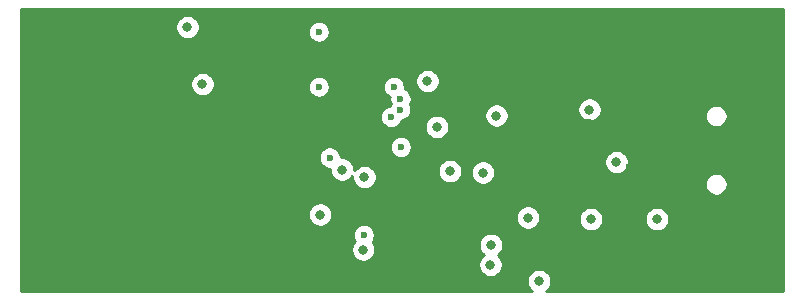
<source format=gbr>
%TF.GenerationSoftware,KiCad,Pcbnew,(5.1.6)-1*%
%TF.CreationDate,2020-08-12T13:20:56+08:00*%
%TF.ProjectId,sl_v2,736c5f76-322e-46b6-9963-61645f706362,rev?*%
%TF.SameCoordinates,Original*%
%TF.FileFunction,Copper,L2,Inr*%
%TF.FilePolarity,Positive*%
%FSLAX46Y46*%
G04 Gerber Fmt 4.6, Leading zero omitted, Abs format (unit mm)*
G04 Created by KiCad (PCBNEW (5.1.6)-1) date 2020-08-12 13:20:56*
%MOMM*%
%LPD*%
G01*
G04 APERTURE LIST*
%TA.AperFunction,ViaPad*%
%ADD10O,1.600000X1.000000*%
%TD*%
%TA.AperFunction,ViaPad*%
%ADD11O,2.100000X1.000000*%
%TD*%
%TA.AperFunction,ViaPad*%
%ADD12C,0.800000*%
%TD*%
%TA.AperFunction,ViaPad*%
%ADD13C,0.600000*%
%TD*%
%TA.AperFunction,Conductor*%
%ADD14C,0.254000*%
%TD*%
G04 APERTURE END LIST*
D10*
%TO.N,GND*%
%TO.C,J1*%
X188883000Y-93724000D03*
X188883000Y-102364000D03*
D11*
X184703000Y-102364000D03*
X184703000Y-93724000D03*
%TD*%
D12*
%TO.N,/+3.3V_FTOUT*%
X141732000Y-92456000D03*
X140462000Y-87630000D03*
X155448000Y-100330000D03*
X153543000Y-99695000D03*
X162687000Y-99822000D03*
X176784000Y-99060000D03*
X174498000Y-94615000D03*
X180213000Y-103886000D03*
X169291000Y-103759000D03*
D13*
%TO.N,GND*%
X146735800Y-87553800D03*
X143408400Y-92770800D03*
X137769600Y-92481400D03*
X159004000Y-100380800D03*
X156489400Y-102616000D03*
X155321000Y-104063800D03*
X163982400Y-102539800D03*
X145415000Y-104698800D03*
X145440400Y-106603800D03*
X144043400Y-104902000D03*
X135940800Y-104876600D03*
X134797800Y-106273600D03*
X127914400Y-108483400D03*
X170078400Y-95402400D03*
X166979600Y-98552000D03*
X166979600Y-98552000D03*
X166674800Y-100050600D03*
X162687000Y-94615000D03*
X174371000Y-93370400D03*
X174421800Y-95656400D03*
X174066200Y-97967800D03*
X176707800Y-97942400D03*
X177850800Y-99466400D03*
X177698400Y-95656400D03*
X182422800Y-94742000D03*
X182170000Y-101294000D03*
X178790600Y-101930200D03*
X180213000Y-105079800D03*
X178181000Y-107518200D03*
X162991800Y-105867200D03*
X160426400Y-105765600D03*
D12*
X170891200Y-101981000D03*
%TO.N,/+3.3V_VCCIO*%
X160782000Y-92202000D03*
X166624000Y-95123000D03*
X165481000Y-99949000D03*
%TO.N,/+3.3V_ROM*%
X166141400Y-106070400D03*
X166116000Y-107772200D03*
X174625000Y-103886000D03*
X170230800Y-109143800D03*
%TO.N,Net-(C16-Pad1)*%
X151688800Y-103505000D03*
X155346400Y-106476800D03*
D13*
%TO.N,/7.5M_CLK*%
X158521400Y-97790000D03*
%TO.N,/C3*%
X157696201Y-95240000D03*
%TO.N,/C2*%
X158470600Y-94615000D03*
%TO.N,/C1*%
X158496000Y-93726000D03*
%TO.N,/C0*%
X157937200Y-92684600D03*
%TO.N,/5V_OUT_EN*%
X152500384Y-98677784D03*
X155397200Y-105232200D03*
%TO.N,/I2C_CONNECT*%
X151587200Y-92684600D03*
X151587200Y-88036400D03*
D12*
X161569400Y-96088200D03*
%TD*%
D14*
%TO.N,GND*%
G36*
X190908000Y-110009000D02*
G01*
X170798887Y-110009000D01*
X170890574Y-109947737D01*
X171034737Y-109803574D01*
X171148005Y-109634056D01*
X171226026Y-109445698D01*
X171265800Y-109245739D01*
X171265800Y-109041861D01*
X171226026Y-108841902D01*
X171148005Y-108653544D01*
X171034737Y-108484026D01*
X170890574Y-108339863D01*
X170721056Y-108226595D01*
X170532698Y-108148574D01*
X170332739Y-108108800D01*
X170128861Y-108108800D01*
X169928902Y-108148574D01*
X169740544Y-108226595D01*
X169571026Y-108339863D01*
X169426863Y-108484026D01*
X169313595Y-108653544D01*
X169235574Y-108841902D01*
X169195800Y-109041861D01*
X169195800Y-109245739D01*
X169235574Y-109445698D01*
X169313595Y-109634056D01*
X169426863Y-109803574D01*
X169571026Y-109947737D01*
X169662713Y-110009000D01*
X126338000Y-110009000D01*
X126338000Y-107670261D01*
X165081000Y-107670261D01*
X165081000Y-107874139D01*
X165120774Y-108074098D01*
X165198795Y-108262456D01*
X165312063Y-108431974D01*
X165456226Y-108576137D01*
X165625744Y-108689405D01*
X165814102Y-108767426D01*
X166014061Y-108807200D01*
X166217939Y-108807200D01*
X166417898Y-108767426D01*
X166606256Y-108689405D01*
X166775774Y-108576137D01*
X166919937Y-108431974D01*
X167033205Y-108262456D01*
X167111226Y-108074098D01*
X167151000Y-107874139D01*
X167151000Y-107670261D01*
X167111226Y-107470302D01*
X167033205Y-107281944D01*
X166919937Y-107112426D01*
X166775774Y-106968263D01*
X166718189Y-106929786D01*
X166801174Y-106874337D01*
X166945337Y-106730174D01*
X167058605Y-106560656D01*
X167136626Y-106372298D01*
X167176400Y-106172339D01*
X167176400Y-105968461D01*
X167136626Y-105768502D01*
X167058605Y-105580144D01*
X166945337Y-105410626D01*
X166801174Y-105266463D01*
X166631656Y-105153195D01*
X166443298Y-105075174D01*
X166243339Y-105035400D01*
X166039461Y-105035400D01*
X165839502Y-105075174D01*
X165651144Y-105153195D01*
X165481626Y-105266463D01*
X165337463Y-105410626D01*
X165224195Y-105580144D01*
X165146174Y-105768502D01*
X165106400Y-105968461D01*
X165106400Y-106172339D01*
X165146174Y-106372298D01*
X165224195Y-106560656D01*
X165337463Y-106730174D01*
X165481626Y-106874337D01*
X165539211Y-106912814D01*
X165456226Y-106968263D01*
X165312063Y-107112426D01*
X165198795Y-107281944D01*
X165120774Y-107470302D01*
X165081000Y-107670261D01*
X126338000Y-107670261D01*
X126338000Y-106374861D01*
X154311400Y-106374861D01*
X154311400Y-106578739D01*
X154351174Y-106778698D01*
X154429195Y-106967056D01*
X154542463Y-107136574D01*
X154686626Y-107280737D01*
X154856144Y-107394005D01*
X155044502Y-107472026D01*
X155244461Y-107511800D01*
X155448339Y-107511800D01*
X155648298Y-107472026D01*
X155836656Y-107394005D01*
X156006174Y-107280737D01*
X156150337Y-107136574D01*
X156263605Y-106967056D01*
X156341626Y-106778698D01*
X156381400Y-106578739D01*
X156381400Y-106374861D01*
X156341626Y-106174902D01*
X156263605Y-105986544D01*
X156150337Y-105817026D01*
X156138713Y-105805402D01*
X156225786Y-105675089D01*
X156296268Y-105504929D01*
X156332200Y-105324289D01*
X156332200Y-105140111D01*
X156296268Y-104959471D01*
X156225786Y-104789311D01*
X156123462Y-104636172D01*
X155993228Y-104505938D01*
X155840089Y-104403614D01*
X155669929Y-104333132D01*
X155489289Y-104297200D01*
X155305111Y-104297200D01*
X155124471Y-104333132D01*
X154954311Y-104403614D01*
X154801172Y-104505938D01*
X154670938Y-104636172D01*
X154568614Y-104789311D01*
X154498132Y-104959471D01*
X154462200Y-105140111D01*
X154462200Y-105324289D01*
X154498132Y-105504929D01*
X154568614Y-105675089D01*
X154614991Y-105744498D01*
X154542463Y-105817026D01*
X154429195Y-105986544D01*
X154351174Y-106174902D01*
X154311400Y-106374861D01*
X126338000Y-106374861D01*
X126338000Y-103403061D01*
X150653800Y-103403061D01*
X150653800Y-103606939D01*
X150693574Y-103806898D01*
X150771595Y-103995256D01*
X150884863Y-104164774D01*
X151029026Y-104308937D01*
X151198544Y-104422205D01*
X151386902Y-104500226D01*
X151586861Y-104540000D01*
X151790739Y-104540000D01*
X151990698Y-104500226D01*
X152179056Y-104422205D01*
X152348574Y-104308937D01*
X152492737Y-104164774D01*
X152606005Y-103995256D01*
X152684026Y-103806898D01*
X152713830Y-103657061D01*
X168256000Y-103657061D01*
X168256000Y-103860939D01*
X168295774Y-104060898D01*
X168373795Y-104249256D01*
X168487063Y-104418774D01*
X168631226Y-104562937D01*
X168800744Y-104676205D01*
X168989102Y-104754226D01*
X169189061Y-104794000D01*
X169392939Y-104794000D01*
X169592898Y-104754226D01*
X169781256Y-104676205D01*
X169950774Y-104562937D01*
X170094937Y-104418774D01*
X170208205Y-104249256D01*
X170286226Y-104060898D01*
X170326000Y-103860939D01*
X170326000Y-103784061D01*
X173590000Y-103784061D01*
X173590000Y-103987939D01*
X173629774Y-104187898D01*
X173707795Y-104376256D01*
X173821063Y-104545774D01*
X173965226Y-104689937D01*
X174134744Y-104803205D01*
X174323102Y-104881226D01*
X174523061Y-104921000D01*
X174726939Y-104921000D01*
X174926898Y-104881226D01*
X175115256Y-104803205D01*
X175284774Y-104689937D01*
X175428937Y-104545774D01*
X175542205Y-104376256D01*
X175620226Y-104187898D01*
X175660000Y-103987939D01*
X175660000Y-103784061D01*
X179178000Y-103784061D01*
X179178000Y-103987939D01*
X179217774Y-104187898D01*
X179295795Y-104376256D01*
X179409063Y-104545774D01*
X179553226Y-104689937D01*
X179722744Y-104803205D01*
X179911102Y-104881226D01*
X180111061Y-104921000D01*
X180314939Y-104921000D01*
X180514898Y-104881226D01*
X180703256Y-104803205D01*
X180872774Y-104689937D01*
X181016937Y-104545774D01*
X181130205Y-104376256D01*
X181208226Y-104187898D01*
X181248000Y-103987939D01*
X181248000Y-103784061D01*
X181208226Y-103584102D01*
X181130205Y-103395744D01*
X181016937Y-103226226D01*
X180872774Y-103082063D01*
X180703256Y-102968795D01*
X180514898Y-102890774D01*
X180314939Y-102851000D01*
X180111061Y-102851000D01*
X179911102Y-102890774D01*
X179722744Y-102968795D01*
X179553226Y-103082063D01*
X179409063Y-103226226D01*
X179295795Y-103395744D01*
X179217774Y-103584102D01*
X179178000Y-103784061D01*
X175660000Y-103784061D01*
X175620226Y-103584102D01*
X175542205Y-103395744D01*
X175428937Y-103226226D01*
X175284774Y-103082063D01*
X175115256Y-102968795D01*
X174926898Y-102890774D01*
X174726939Y-102851000D01*
X174523061Y-102851000D01*
X174323102Y-102890774D01*
X174134744Y-102968795D01*
X173965226Y-103082063D01*
X173821063Y-103226226D01*
X173707795Y-103395744D01*
X173629774Y-103584102D01*
X173590000Y-103784061D01*
X170326000Y-103784061D01*
X170326000Y-103657061D01*
X170286226Y-103457102D01*
X170208205Y-103268744D01*
X170094937Y-103099226D01*
X169950774Y-102955063D01*
X169781256Y-102841795D01*
X169592898Y-102763774D01*
X169392939Y-102724000D01*
X169189061Y-102724000D01*
X168989102Y-102763774D01*
X168800744Y-102841795D01*
X168631226Y-102955063D01*
X168487063Y-103099226D01*
X168373795Y-103268744D01*
X168295774Y-103457102D01*
X168256000Y-103657061D01*
X152713830Y-103657061D01*
X152723800Y-103606939D01*
X152723800Y-103403061D01*
X152684026Y-103203102D01*
X152606005Y-103014744D01*
X152492737Y-102845226D01*
X152348574Y-102701063D01*
X152179056Y-102587795D01*
X151990698Y-102509774D01*
X151790739Y-102470000D01*
X151586861Y-102470000D01*
X151386902Y-102509774D01*
X151198544Y-102587795D01*
X151029026Y-102701063D01*
X150884863Y-102845226D01*
X150771595Y-103014744D01*
X150693574Y-103203102D01*
X150653800Y-103403061D01*
X126338000Y-103403061D01*
X126338000Y-98585695D01*
X151565384Y-98585695D01*
X151565384Y-98769873D01*
X151601316Y-98950513D01*
X151671798Y-99120673D01*
X151774122Y-99273812D01*
X151904356Y-99404046D01*
X152057495Y-99506370D01*
X152227655Y-99576852D01*
X152408295Y-99612784D01*
X152508000Y-99612784D01*
X152508000Y-99796939D01*
X152547774Y-99996898D01*
X152625795Y-100185256D01*
X152739063Y-100354774D01*
X152883226Y-100498937D01*
X153052744Y-100612205D01*
X153241102Y-100690226D01*
X153441061Y-100730000D01*
X153644939Y-100730000D01*
X153844898Y-100690226D01*
X154033256Y-100612205D01*
X154202774Y-100498937D01*
X154346937Y-100354774D01*
X154413000Y-100255903D01*
X154413000Y-100431939D01*
X154452774Y-100631898D01*
X154530795Y-100820256D01*
X154644063Y-100989774D01*
X154788226Y-101133937D01*
X154957744Y-101247205D01*
X155146102Y-101325226D01*
X155346061Y-101365000D01*
X155549939Y-101365000D01*
X155749898Y-101325226D01*
X155938256Y-101247205D01*
X156107774Y-101133937D01*
X156251937Y-100989774D01*
X156365205Y-100820256D01*
X156443226Y-100631898D01*
X156483000Y-100431939D01*
X156483000Y-100228061D01*
X156443226Y-100028102D01*
X156365205Y-99839744D01*
X156285236Y-99720061D01*
X161652000Y-99720061D01*
X161652000Y-99923939D01*
X161691774Y-100123898D01*
X161769795Y-100312256D01*
X161883063Y-100481774D01*
X162027226Y-100625937D01*
X162196744Y-100739205D01*
X162385102Y-100817226D01*
X162585061Y-100857000D01*
X162788939Y-100857000D01*
X162988898Y-100817226D01*
X163177256Y-100739205D01*
X163346774Y-100625937D01*
X163490937Y-100481774D01*
X163604205Y-100312256D01*
X163682226Y-100123898D01*
X163722000Y-99923939D01*
X163722000Y-99847061D01*
X164446000Y-99847061D01*
X164446000Y-100050939D01*
X164485774Y-100250898D01*
X164563795Y-100439256D01*
X164677063Y-100608774D01*
X164821226Y-100752937D01*
X164990744Y-100866205D01*
X165179102Y-100944226D01*
X165379061Y-100984000D01*
X165582939Y-100984000D01*
X165782898Y-100944226D01*
X165971256Y-100866205D01*
X166011300Y-100839448D01*
X184273000Y-100839448D01*
X184273000Y-101028552D01*
X184309892Y-101214022D01*
X184382259Y-101388731D01*
X184487319Y-101545964D01*
X184621036Y-101679681D01*
X184778269Y-101784741D01*
X184952978Y-101857108D01*
X185138448Y-101894000D01*
X185327552Y-101894000D01*
X185513022Y-101857108D01*
X185687731Y-101784741D01*
X185844964Y-101679681D01*
X185978681Y-101545964D01*
X186083741Y-101388731D01*
X186156108Y-101214022D01*
X186193000Y-101028552D01*
X186193000Y-100839448D01*
X186156108Y-100653978D01*
X186083741Y-100479269D01*
X185978681Y-100322036D01*
X185844964Y-100188319D01*
X185687731Y-100083259D01*
X185513022Y-100010892D01*
X185327552Y-99974000D01*
X185138448Y-99974000D01*
X184952978Y-100010892D01*
X184778269Y-100083259D01*
X184621036Y-100188319D01*
X184487319Y-100322036D01*
X184382259Y-100479269D01*
X184309892Y-100653978D01*
X184273000Y-100839448D01*
X166011300Y-100839448D01*
X166140774Y-100752937D01*
X166284937Y-100608774D01*
X166398205Y-100439256D01*
X166476226Y-100250898D01*
X166516000Y-100050939D01*
X166516000Y-99847061D01*
X166476226Y-99647102D01*
X166398205Y-99458744D01*
X166284937Y-99289226D01*
X166140774Y-99145063D01*
X165971256Y-99031795D01*
X165793248Y-98958061D01*
X175749000Y-98958061D01*
X175749000Y-99161939D01*
X175788774Y-99361898D01*
X175866795Y-99550256D01*
X175980063Y-99719774D01*
X176124226Y-99863937D01*
X176293744Y-99977205D01*
X176482102Y-100055226D01*
X176682061Y-100095000D01*
X176885939Y-100095000D01*
X177085898Y-100055226D01*
X177274256Y-99977205D01*
X177443774Y-99863937D01*
X177587937Y-99719774D01*
X177701205Y-99550256D01*
X177779226Y-99361898D01*
X177819000Y-99161939D01*
X177819000Y-98958061D01*
X177779226Y-98758102D01*
X177701205Y-98569744D01*
X177587937Y-98400226D01*
X177443774Y-98256063D01*
X177274256Y-98142795D01*
X177085898Y-98064774D01*
X176885939Y-98025000D01*
X176682061Y-98025000D01*
X176482102Y-98064774D01*
X176293744Y-98142795D01*
X176124226Y-98256063D01*
X175980063Y-98400226D01*
X175866795Y-98569744D01*
X175788774Y-98758102D01*
X175749000Y-98958061D01*
X165793248Y-98958061D01*
X165782898Y-98953774D01*
X165582939Y-98914000D01*
X165379061Y-98914000D01*
X165179102Y-98953774D01*
X164990744Y-99031795D01*
X164821226Y-99145063D01*
X164677063Y-99289226D01*
X164563795Y-99458744D01*
X164485774Y-99647102D01*
X164446000Y-99847061D01*
X163722000Y-99847061D01*
X163722000Y-99720061D01*
X163682226Y-99520102D01*
X163604205Y-99331744D01*
X163490937Y-99162226D01*
X163346774Y-99018063D01*
X163177256Y-98904795D01*
X162988898Y-98826774D01*
X162788939Y-98787000D01*
X162585061Y-98787000D01*
X162385102Y-98826774D01*
X162196744Y-98904795D01*
X162027226Y-99018063D01*
X161883063Y-99162226D01*
X161769795Y-99331744D01*
X161691774Y-99520102D01*
X161652000Y-99720061D01*
X156285236Y-99720061D01*
X156251937Y-99670226D01*
X156107774Y-99526063D01*
X155938256Y-99412795D01*
X155749898Y-99334774D01*
X155549939Y-99295000D01*
X155346061Y-99295000D01*
X155146102Y-99334774D01*
X154957744Y-99412795D01*
X154788226Y-99526063D01*
X154644063Y-99670226D01*
X154578000Y-99769097D01*
X154578000Y-99593061D01*
X154538226Y-99393102D01*
X154460205Y-99204744D01*
X154346937Y-99035226D01*
X154202774Y-98891063D01*
X154033256Y-98777795D01*
X153844898Y-98699774D01*
X153644939Y-98660000D01*
X153441061Y-98660000D01*
X153435384Y-98661129D01*
X153435384Y-98585695D01*
X153399452Y-98405055D01*
X153328970Y-98234895D01*
X153226646Y-98081756D01*
X153096412Y-97951522D01*
X152943273Y-97849198D01*
X152773113Y-97778716D01*
X152592473Y-97742784D01*
X152408295Y-97742784D01*
X152227655Y-97778716D01*
X152057495Y-97849198D01*
X151904356Y-97951522D01*
X151774122Y-98081756D01*
X151671798Y-98234895D01*
X151601316Y-98405055D01*
X151565384Y-98585695D01*
X126338000Y-98585695D01*
X126338000Y-97697911D01*
X157586400Y-97697911D01*
X157586400Y-97882089D01*
X157622332Y-98062729D01*
X157692814Y-98232889D01*
X157795138Y-98386028D01*
X157925372Y-98516262D01*
X158078511Y-98618586D01*
X158248671Y-98689068D01*
X158429311Y-98725000D01*
X158613489Y-98725000D01*
X158794129Y-98689068D01*
X158964289Y-98618586D01*
X159117428Y-98516262D01*
X159247662Y-98386028D01*
X159349986Y-98232889D01*
X159420468Y-98062729D01*
X159456400Y-97882089D01*
X159456400Y-97697911D01*
X159420468Y-97517271D01*
X159349986Y-97347111D01*
X159247662Y-97193972D01*
X159117428Y-97063738D01*
X158964289Y-96961414D01*
X158794129Y-96890932D01*
X158613489Y-96855000D01*
X158429311Y-96855000D01*
X158248671Y-96890932D01*
X158078511Y-96961414D01*
X157925372Y-97063738D01*
X157795138Y-97193972D01*
X157692814Y-97347111D01*
X157622332Y-97517271D01*
X157586400Y-97697911D01*
X126338000Y-97697911D01*
X126338000Y-95147911D01*
X156761201Y-95147911D01*
X156761201Y-95332089D01*
X156797133Y-95512729D01*
X156867615Y-95682889D01*
X156969939Y-95836028D01*
X157100173Y-95966262D01*
X157253312Y-96068586D01*
X157423472Y-96139068D01*
X157604112Y-96175000D01*
X157788290Y-96175000D01*
X157968930Y-96139068D01*
X158139090Y-96068586D01*
X158262298Y-95986261D01*
X160534400Y-95986261D01*
X160534400Y-96190139D01*
X160574174Y-96390098D01*
X160652195Y-96578456D01*
X160765463Y-96747974D01*
X160909626Y-96892137D01*
X161079144Y-97005405D01*
X161267502Y-97083426D01*
X161467461Y-97123200D01*
X161671339Y-97123200D01*
X161871298Y-97083426D01*
X162059656Y-97005405D01*
X162229174Y-96892137D01*
X162373337Y-96747974D01*
X162486605Y-96578456D01*
X162564626Y-96390098D01*
X162604400Y-96190139D01*
X162604400Y-95986261D01*
X162564626Y-95786302D01*
X162486605Y-95597944D01*
X162373337Y-95428426D01*
X162229174Y-95284263D01*
X162059656Y-95170995D01*
X161871298Y-95092974D01*
X161671339Y-95053200D01*
X161467461Y-95053200D01*
X161267502Y-95092974D01*
X161079144Y-95170995D01*
X160909626Y-95284263D01*
X160765463Y-95428426D01*
X160652195Y-95597944D01*
X160574174Y-95786302D01*
X160534400Y-95986261D01*
X158262298Y-95986261D01*
X158292229Y-95966262D01*
X158422463Y-95836028D01*
X158524787Y-95682889D01*
X158581370Y-95546284D01*
X158743329Y-95514068D01*
X158913489Y-95443586D01*
X159066628Y-95341262D01*
X159196862Y-95211028D01*
X159299186Y-95057889D01*
X159314440Y-95021061D01*
X165589000Y-95021061D01*
X165589000Y-95224939D01*
X165628774Y-95424898D01*
X165706795Y-95613256D01*
X165820063Y-95782774D01*
X165964226Y-95926937D01*
X166133744Y-96040205D01*
X166322102Y-96118226D01*
X166522061Y-96158000D01*
X166725939Y-96158000D01*
X166925898Y-96118226D01*
X167114256Y-96040205D01*
X167283774Y-95926937D01*
X167427937Y-95782774D01*
X167541205Y-95613256D01*
X167619226Y-95424898D01*
X167659000Y-95224939D01*
X167659000Y-95021061D01*
X167619226Y-94821102D01*
X167541205Y-94632744D01*
X167461236Y-94513061D01*
X173463000Y-94513061D01*
X173463000Y-94716939D01*
X173502774Y-94916898D01*
X173580795Y-95105256D01*
X173694063Y-95274774D01*
X173838226Y-95418937D01*
X174007744Y-95532205D01*
X174196102Y-95610226D01*
X174396061Y-95650000D01*
X174599939Y-95650000D01*
X174799898Y-95610226D01*
X174988256Y-95532205D01*
X175157774Y-95418937D01*
X175301937Y-95274774D01*
X175415205Y-95105256D01*
X175434179Y-95059448D01*
X184273000Y-95059448D01*
X184273000Y-95248552D01*
X184309892Y-95434022D01*
X184382259Y-95608731D01*
X184487319Y-95765964D01*
X184621036Y-95899681D01*
X184778269Y-96004741D01*
X184952978Y-96077108D01*
X185138448Y-96114000D01*
X185327552Y-96114000D01*
X185513022Y-96077108D01*
X185687731Y-96004741D01*
X185844964Y-95899681D01*
X185978681Y-95765964D01*
X186083741Y-95608731D01*
X186156108Y-95434022D01*
X186193000Y-95248552D01*
X186193000Y-95059448D01*
X186156108Y-94873978D01*
X186083741Y-94699269D01*
X185978681Y-94542036D01*
X185844964Y-94408319D01*
X185687731Y-94303259D01*
X185513022Y-94230892D01*
X185327552Y-94194000D01*
X185138448Y-94194000D01*
X184952978Y-94230892D01*
X184778269Y-94303259D01*
X184621036Y-94408319D01*
X184487319Y-94542036D01*
X184382259Y-94699269D01*
X184309892Y-94873978D01*
X184273000Y-95059448D01*
X175434179Y-95059448D01*
X175493226Y-94916898D01*
X175533000Y-94716939D01*
X175533000Y-94513061D01*
X175493226Y-94313102D01*
X175415205Y-94124744D01*
X175301937Y-93955226D01*
X175157774Y-93811063D01*
X174988256Y-93697795D01*
X174799898Y-93619774D01*
X174599939Y-93580000D01*
X174396061Y-93580000D01*
X174196102Y-93619774D01*
X174007744Y-93697795D01*
X173838226Y-93811063D01*
X173694063Y-93955226D01*
X173580795Y-94124744D01*
X173502774Y-94313102D01*
X173463000Y-94513061D01*
X167461236Y-94513061D01*
X167427937Y-94463226D01*
X167283774Y-94319063D01*
X167114256Y-94205795D01*
X166925898Y-94127774D01*
X166725939Y-94088000D01*
X166522061Y-94088000D01*
X166322102Y-94127774D01*
X166133744Y-94205795D01*
X165964226Y-94319063D01*
X165820063Y-94463226D01*
X165706795Y-94632744D01*
X165628774Y-94821102D01*
X165589000Y-95021061D01*
X159314440Y-95021061D01*
X159369668Y-94887729D01*
X159405600Y-94707089D01*
X159405600Y-94522911D01*
X159369668Y-94342271D01*
X159308082Y-94193589D01*
X159324586Y-94168889D01*
X159395068Y-93998729D01*
X159431000Y-93818089D01*
X159431000Y-93633911D01*
X159395068Y-93453271D01*
X159324586Y-93283111D01*
X159222262Y-93129972D01*
X159092028Y-92999738D01*
X158938889Y-92897414D01*
X158855090Y-92862704D01*
X158872200Y-92776689D01*
X158872200Y-92592511D01*
X158836268Y-92411871D01*
X158765786Y-92241711D01*
X158671139Y-92100061D01*
X159747000Y-92100061D01*
X159747000Y-92303939D01*
X159786774Y-92503898D01*
X159864795Y-92692256D01*
X159978063Y-92861774D01*
X160122226Y-93005937D01*
X160291744Y-93119205D01*
X160480102Y-93197226D01*
X160680061Y-93237000D01*
X160883939Y-93237000D01*
X161083898Y-93197226D01*
X161272256Y-93119205D01*
X161441774Y-93005937D01*
X161585937Y-92861774D01*
X161699205Y-92692256D01*
X161777226Y-92503898D01*
X161817000Y-92303939D01*
X161817000Y-92100061D01*
X161777226Y-91900102D01*
X161699205Y-91711744D01*
X161585937Y-91542226D01*
X161441774Y-91398063D01*
X161272256Y-91284795D01*
X161083898Y-91206774D01*
X160883939Y-91167000D01*
X160680061Y-91167000D01*
X160480102Y-91206774D01*
X160291744Y-91284795D01*
X160122226Y-91398063D01*
X159978063Y-91542226D01*
X159864795Y-91711744D01*
X159786774Y-91900102D01*
X159747000Y-92100061D01*
X158671139Y-92100061D01*
X158663462Y-92088572D01*
X158533228Y-91958338D01*
X158380089Y-91856014D01*
X158209929Y-91785532D01*
X158029289Y-91749600D01*
X157845111Y-91749600D01*
X157664471Y-91785532D01*
X157494311Y-91856014D01*
X157341172Y-91958338D01*
X157210938Y-92088572D01*
X157108614Y-92241711D01*
X157038132Y-92411871D01*
X157002200Y-92592511D01*
X157002200Y-92776689D01*
X157038132Y-92957329D01*
X157108614Y-93127489D01*
X157210938Y-93280628D01*
X157341172Y-93410862D01*
X157494311Y-93513186D01*
X157578110Y-93547896D01*
X157561000Y-93633911D01*
X157561000Y-93818089D01*
X157596932Y-93998729D01*
X157658518Y-94147411D01*
X157642014Y-94172111D01*
X157585431Y-94308716D01*
X157423472Y-94340932D01*
X157253312Y-94411414D01*
X157100173Y-94513738D01*
X156969939Y-94643972D01*
X156867615Y-94797111D01*
X156797133Y-94967271D01*
X156761201Y-95147911D01*
X126338000Y-95147911D01*
X126338000Y-92354061D01*
X140697000Y-92354061D01*
X140697000Y-92557939D01*
X140736774Y-92757898D01*
X140814795Y-92946256D01*
X140928063Y-93115774D01*
X141072226Y-93259937D01*
X141241744Y-93373205D01*
X141430102Y-93451226D01*
X141630061Y-93491000D01*
X141833939Y-93491000D01*
X142033898Y-93451226D01*
X142222256Y-93373205D01*
X142391774Y-93259937D01*
X142535937Y-93115774D01*
X142649205Y-92946256D01*
X142727226Y-92757898D01*
X142760123Y-92592511D01*
X150652200Y-92592511D01*
X150652200Y-92776689D01*
X150688132Y-92957329D01*
X150758614Y-93127489D01*
X150860938Y-93280628D01*
X150991172Y-93410862D01*
X151144311Y-93513186D01*
X151314471Y-93583668D01*
X151495111Y-93619600D01*
X151679289Y-93619600D01*
X151859929Y-93583668D01*
X152030089Y-93513186D01*
X152183228Y-93410862D01*
X152313462Y-93280628D01*
X152415786Y-93127489D01*
X152486268Y-92957329D01*
X152522200Y-92776689D01*
X152522200Y-92592511D01*
X152486268Y-92411871D01*
X152415786Y-92241711D01*
X152313462Y-92088572D01*
X152183228Y-91958338D01*
X152030089Y-91856014D01*
X151859929Y-91785532D01*
X151679289Y-91749600D01*
X151495111Y-91749600D01*
X151314471Y-91785532D01*
X151144311Y-91856014D01*
X150991172Y-91958338D01*
X150860938Y-92088572D01*
X150758614Y-92241711D01*
X150688132Y-92411871D01*
X150652200Y-92592511D01*
X142760123Y-92592511D01*
X142767000Y-92557939D01*
X142767000Y-92354061D01*
X142727226Y-92154102D01*
X142649205Y-91965744D01*
X142535937Y-91796226D01*
X142391774Y-91652063D01*
X142222256Y-91538795D01*
X142033898Y-91460774D01*
X141833939Y-91421000D01*
X141630061Y-91421000D01*
X141430102Y-91460774D01*
X141241744Y-91538795D01*
X141072226Y-91652063D01*
X140928063Y-91796226D01*
X140814795Y-91965744D01*
X140736774Y-92154102D01*
X140697000Y-92354061D01*
X126338000Y-92354061D01*
X126338000Y-87528061D01*
X139427000Y-87528061D01*
X139427000Y-87731939D01*
X139466774Y-87931898D01*
X139544795Y-88120256D01*
X139658063Y-88289774D01*
X139802226Y-88433937D01*
X139971744Y-88547205D01*
X140160102Y-88625226D01*
X140360061Y-88665000D01*
X140563939Y-88665000D01*
X140763898Y-88625226D01*
X140952256Y-88547205D01*
X141121774Y-88433937D01*
X141265937Y-88289774D01*
X141379205Y-88120256D01*
X141452084Y-87944311D01*
X150652200Y-87944311D01*
X150652200Y-88128489D01*
X150688132Y-88309129D01*
X150758614Y-88479289D01*
X150860938Y-88632428D01*
X150991172Y-88762662D01*
X151144311Y-88864986D01*
X151314471Y-88935468D01*
X151495111Y-88971400D01*
X151679289Y-88971400D01*
X151859929Y-88935468D01*
X152030089Y-88864986D01*
X152183228Y-88762662D01*
X152313462Y-88632428D01*
X152415786Y-88479289D01*
X152486268Y-88309129D01*
X152522200Y-88128489D01*
X152522200Y-87944311D01*
X152486268Y-87763671D01*
X152415786Y-87593511D01*
X152313462Y-87440372D01*
X152183228Y-87310138D01*
X152030089Y-87207814D01*
X151859929Y-87137332D01*
X151679289Y-87101400D01*
X151495111Y-87101400D01*
X151314471Y-87137332D01*
X151144311Y-87207814D01*
X150991172Y-87310138D01*
X150860938Y-87440372D01*
X150758614Y-87593511D01*
X150688132Y-87763671D01*
X150652200Y-87944311D01*
X141452084Y-87944311D01*
X141457226Y-87931898D01*
X141497000Y-87731939D01*
X141497000Y-87528061D01*
X141457226Y-87328102D01*
X141379205Y-87139744D01*
X141265937Y-86970226D01*
X141121774Y-86826063D01*
X140952256Y-86712795D01*
X140763898Y-86634774D01*
X140563939Y-86595000D01*
X140360061Y-86595000D01*
X140160102Y-86634774D01*
X139971744Y-86712795D01*
X139802226Y-86826063D01*
X139658063Y-86970226D01*
X139544795Y-87139744D01*
X139466774Y-87328102D01*
X139427000Y-87528061D01*
X126338000Y-87528061D01*
X126338000Y-86079000D01*
X190908001Y-86079000D01*
X190908000Y-110009000D01*
G37*
X190908000Y-110009000D02*
X170798887Y-110009000D01*
X170890574Y-109947737D01*
X171034737Y-109803574D01*
X171148005Y-109634056D01*
X171226026Y-109445698D01*
X171265800Y-109245739D01*
X171265800Y-109041861D01*
X171226026Y-108841902D01*
X171148005Y-108653544D01*
X171034737Y-108484026D01*
X170890574Y-108339863D01*
X170721056Y-108226595D01*
X170532698Y-108148574D01*
X170332739Y-108108800D01*
X170128861Y-108108800D01*
X169928902Y-108148574D01*
X169740544Y-108226595D01*
X169571026Y-108339863D01*
X169426863Y-108484026D01*
X169313595Y-108653544D01*
X169235574Y-108841902D01*
X169195800Y-109041861D01*
X169195800Y-109245739D01*
X169235574Y-109445698D01*
X169313595Y-109634056D01*
X169426863Y-109803574D01*
X169571026Y-109947737D01*
X169662713Y-110009000D01*
X126338000Y-110009000D01*
X126338000Y-107670261D01*
X165081000Y-107670261D01*
X165081000Y-107874139D01*
X165120774Y-108074098D01*
X165198795Y-108262456D01*
X165312063Y-108431974D01*
X165456226Y-108576137D01*
X165625744Y-108689405D01*
X165814102Y-108767426D01*
X166014061Y-108807200D01*
X166217939Y-108807200D01*
X166417898Y-108767426D01*
X166606256Y-108689405D01*
X166775774Y-108576137D01*
X166919937Y-108431974D01*
X167033205Y-108262456D01*
X167111226Y-108074098D01*
X167151000Y-107874139D01*
X167151000Y-107670261D01*
X167111226Y-107470302D01*
X167033205Y-107281944D01*
X166919937Y-107112426D01*
X166775774Y-106968263D01*
X166718189Y-106929786D01*
X166801174Y-106874337D01*
X166945337Y-106730174D01*
X167058605Y-106560656D01*
X167136626Y-106372298D01*
X167176400Y-106172339D01*
X167176400Y-105968461D01*
X167136626Y-105768502D01*
X167058605Y-105580144D01*
X166945337Y-105410626D01*
X166801174Y-105266463D01*
X166631656Y-105153195D01*
X166443298Y-105075174D01*
X166243339Y-105035400D01*
X166039461Y-105035400D01*
X165839502Y-105075174D01*
X165651144Y-105153195D01*
X165481626Y-105266463D01*
X165337463Y-105410626D01*
X165224195Y-105580144D01*
X165146174Y-105768502D01*
X165106400Y-105968461D01*
X165106400Y-106172339D01*
X165146174Y-106372298D01*
X165224195Y-106560656D01*
X165337463Y-106730174D01*
X165481626Y-106874337D01*
X165539211Y-106912814D01*
X165456226Y-106968263D01*
X165312063Y-107112426D01*
X165198795Y-107281944D01*
X165120774Y-107470302D01*
X165081000Y-107670261D01*
X126338000Y-107670261D01*
X126338000Y-106374861D01*
X154311400Y-106374861D01*
X154311400Y-106578739D01*
X154351174Y-106778698D01*
X154429195Y-106967056D01*
X154542463Y-107136574D01*
X154686626Y-107280737D01*
X154856144Y-107394005D01*
X155044502Y-107472026D01*
X155244461Y-107511800D01*
X155448339Y-107511800D01*
X155648298Y-107472026D01*
X155836656Y-107394005D01*
X156006174Y-107280737D01*
X156150337Y-107136574D01*
X156263605Y-106967056D01*
X156341626Y-106778698D01*
X156381400Y-106578739D01*
X156381400Y-106374861D01*
X156341626Y-106174902D01*
X156263605Y-105986544D01*
X156150337Y-105817026D01*
X156138713Y-105805402D01*
X156225786Y-105675089D01*
X156296268Y-105504929D01*
X156332200Y-105324289D01*
X156332200Y-105140111D01*
X156296268Y-104959471D01*
X156225786Y-104789311D01*
X156123462Y-104636172D01*
X155993228Y-104505938D01*
X155840089Y-104403614D01*
X155669929Y-104333132D01*
X155489289Y-104297200D01*
X155305111Y-104297200D01*
X155124471Y-104333132D01*
X154954311Y-104403614D01*
X154801172Y-104505938D01*
X154670938Y-104636172D01*
X154568614Y-104789311D01*
X154498132Y-104959471D01*
X154462200Y-105140111D01*
X154462200Y-105324289D01*
X154498132Y-105504929D01*
X154568614Y-105675089D01*
X154614991Y-105744498D01*
X154542463Y-105817026D01*
X154429195Y-105986544D01*
X154351174Y-106174902D01*
X154311400Y-106374861D01*
X126338000Y-106374861D01*
X126338000Y-103403061D01*
X150653800Y-103403061D01*
X150653800Y-103606939D01*
X150693574Y-103806898D01*
X150771595Y-103995256D01*
X150884863Y-104164774D01*
X151029026Y-104308937D01*
X151198544Y-104422205D01*
X151386902Y-104500226D01*
X151586861Y-104540000D01*
X151790739Y-104540000D01*
X151990698Y-104500226D01*
X152179056Y-104422205D01*
X152348574Y-104308937D01*
X152492737Y-104164774D01*
X152606005Y-103995256D01*
X152684026Y-103806898D01*
X152713830Y-103657061D01*
X168256000Y-103657061D01*
X168256000Y-103860939D01*
X168295774Y-104060898D01*
X168373795Y-104249256D01*
X168487063Y-104418774D01*
X168631226Y-104562937D01*
X168800744Y-104676205D01*
X168989102Y-104754226D01*
X169189061Y-104794000D01*
X169392939Y-104794000D01*
X169592898Y-104754226D01*
X169781256Y-104676205D01*
X169950774Y-104562937D01*
X170094937Y-104418774D01*
X170208205Y-104249256D01*
X170286226Y-104060898D01*
X170326000Y-103860939D01*
X170326000Y-103784061D01*
X173590000Y-103784061D01*
X173590000Y-103987939D01*
X173629774Y-104187898D01*
X173707795Y-104376256D01*
X173821063Y-104545774D01*
X173965226Y-104689937D01*
X174134744Y-104803205D01*
X174323102Y-104881226D01*
X174523061Y-104921000D01*
X174726939Y-104921000D01*
X174926898Y-104881226D01*
X175115256Y-104803205D01*
X175284774Y-104689937D01*
X175428937Y-104545774D01*
X175542205Y-104376256D01*
X175620226Y-104187898D01*
X175660000Y-103987939D01*
X175660000Y-103784061D01*
X179178000Y-103784061D01*
X179178000Y-103987939D01*
X179217774Y-104187898D01*
X179295795Y-104376256D01*
X179409063Y-104545774D01*
X179553226Y-104689937D01*
X179722744Y-104803205D01*
X179911102Y-104881226D01*
X180111061Y-104921000D01*
X180314939Y-104921000D01*
X180514898Y-104881226D01*
X180703256Y-104803205D01*
X180872774Y-104689937D01*
X181016937Y-104545774D01*
X181130205Y-104376256D01*
X181208226Y-104187898D01*
X181248000Y-103987939D01*
X181248000Y-103784061D01*
X181208226Y-103584102D01*
X181130205Y-103395744D01*
X181016937Y-103226226D01*
X180872774Y-103082063D01*
X180703256Y-102968795D01*
X180514898Y-102890774D01*
X180314939Y-102851000D01*
X180111061Y-102851000D01*
X179911102Y-102890774D01*
X179722744Y-102968795D01*
X179553226Y-103082063D01*
X179409063Y-103226226D01*
X179295795Y-103395744D01*
X179217774Y-103584102D01*
X179178000Y-103784061D01*
X175660000Y-103784061D01*
X175620226Y-103584102D01*
X175542205Y-103395744D01*
X175428937Y-103226226D01*
X175284774Y-103082063D01*
X175115256Y-102968795D01*
X174926898Y-102890774D01*
X174726939Y-102851000D01*
X174523061Y-102851000D01*
X174323102Y-102890774D01*
X174134744Y-102968795D01*
X173965226Y-103082063D01*
X173821063Y-103226226D01*
X173707795Y-103395744D01*
X173629774Y-103584102D01*
X173590000Y-103784061D01*
X170326000Y-103784061D01*
X170326000Y-103657061D01*
X170286226Y-103457102D01*
X170208205Y-103268744D01*
X170094937Y-103099226D01*
X169950774Y-102955063D01*
X169781256Y-102841795D01*
X169592898Y-102763774D01*
X169392939Y-102724000D01*
X169189061Y-102724000D01*
X168989102Y-102763774D01*
X168800744Y-102841795D01*
X168631226Y-102955063D01*
X168487063Y-103099226D01*
X168373795Y-103268744D01*
X168295774Y-103457102D01*
X168256000Y-103657061D01*
X152713830Y-103657061D01*
X152723800Y-103606939D01*
X152723800Y-103403061D01*
X152684026Y-103203102D01*
X152606005Y-103014744D01*
X152492737Y-102845226D01*
X152348574Y-102701063D01*
X152179056Y-102587795D01*
X151990698Y-102509774D01*
X151790739Y-102470000D01*
X151586861Y-102470000D01*
X151386902Y-102509774D01*
X151198544Y-102587795D01*
X151029026Y-102701063D01*
X150884863Y-102845226D01*
X150771595Y-103014744D01*
X150693574Y-103203102D01*
X150653800Y-103403061D01*
X126338000Y-103403061D01*
X126338000Y-98585695D01*
X151565384Y-98585695D01*
X151565384Y-98769873D01*
X151601316Y-98950513D01*
X151671798Y-99120673D01*
X151774122Y-99273812D01*
X151904356Y-99404046D01*
X152057495Y-99506370D01*
X152227655Y-99576852D01*
X152408295Y-99612784D01*
X152508000Y-99612784D01*
X152508000Y-99796939D01*
X152547774Y-99996898D01*
X152625795Y-100185256D01*
X152739063Y-100354774D01*
X152883226Y-100498937D01*
X153052744Y-100612205D01*
X153241102Y-100690226D01*
X153441061Y-100730000D01*
X153644939Y-100730000D01*
X153844898Y-100690226D01*
X154033256Y-100612205D01*
X154202774Y-100498937D01*
X154346937Y-100354774D01*
X154413000Y-100255903D01*
X154413000Y-100431939D01*
X154452774Y-100631898D01*
X154530795Y-100820256D01*
X154644063Y-100989774D01*
X154788226Y-101133937D01*
X154957744Y-101247205D01*
X155146102Y-101325226D01*
X155346061Y-101365000D01*
X155549939Y-101365000D01*
X155749898Y-101325226D01*
X155938256Y-101247205D01*
X156107774Y-101133937D01*
X156251937Y-100989774D01*
X156365205Y-100820256D01*
X156443226Y-100631898D01*
X156483000Y-100431939D01*
X156483000Y-100228061D01*
X156443226Y-100028102D01*
X156365205Y-99839744D01*
X156285236Y-99720061D01*
X161652000Y-99720061D01*
X161652000Y-99923939D01*
X161691774Y-100123898D01*
X161769795Y-100312256D01*
X161883063Y-100481774D01*
X162027226Y-100625937D01*
X162196744Y-100739205D01*
X162385102Y-100817226D01*
X162585061Y-100857000D01*
X162788939Y-100857000D01*
X162988898Y-100817226D01*
X163177256Y-100739205D01*
X163346774Y-100625937D01*
X163490937Y-100481774D01*
X163604205Y-100312256D01*
X163682226Y-100123898D01*
X163722000Y-99923939D01*
X163722000Y-99847061D01*
X164446000Y-99847061D01*
X164446000Y-100050939D01*
X164485774Y-100250898D01*
X164563795Y-100439256D01*
X164677063Y-100608774D01*
X164821226Y-100752937D01*
X164990744Y-100866205D01*
X165179102Y-100944226D01*
X165379061Y-100984000D01*
X165582939Y-100984000D01*
X165782898Y-100944226D01*
X165971256Y-100866205D01*
X166011300Y-100839448D01*
X184273000Y-100839448D01*
X184273000Y-101028552D01*
X184309892Y-101214022D01*
X184382259Y-101388731D01*
X184487319Y-101545964D01*
X184621036Y-101679681D01*
X184778269Y-101784741D01*
X184952978Y-101857108D01*
X185138448Y-101894000D01*
X185327552Y-101894000D01*
X185513022Y-101857108D01*
X185687731Y-101784741D01*
X185844964Y-101679681D01*
X185978681Y-101545964D01*
X186083741Y-101388731D01*
X186156108Y-101214022D01*
X186193000Y-101028552D01*
X186193000Y-100839448D01*
X186156108Y-100653978D01*
X186083741Y-100479269D01*
X185978681Y-100322036D01*
X185844964Y-100188319D01*
X185687731Y-100083259D01*
X185513022Y-100010892D01*
X185327552Y-99974000D01*
X185138448Y-99974000D01*
X184952978Y-100010892D01*
X184778269Y-100083259D01*
X184621036Y-100188319D01*
X184487319Y-100322036D01*
X184382259Y-100479269D01*
X184309892Y-100653978D01*
X184273000Y-100839448D01*
X166011300Y-100839448D01*
X166140774Y-100752937D01*
X166284937Y-100608774D01*
X166398205Y-100439256D01*
X166476226Y-100250898D01*
X166516000Y-100050939D01*
X166516000Y-99847061D01*
X166476226Y-99647102D01*
X166398205Y-99458744D01*
X166284937Y-99289226D01*
X166140774Y-99145063D01*
X165971256Y-99031795D01*
X165793248Y-98958061D01*
X175749000Y-98958061D01*
X175749000Y-99161939D01*
X175788774Y-99361898D01*
X175866795Y-99550256D01*
X175980063Y-99719774D01*
X176124226Y-99863937D01*
X176293744Y-99977205D01*
X176482102Y-100055226D01*
X176682061Y-100095000D01*
X176885939Y-100095000D01*
X177085898Y-100055226D01*
X177274256Y-99977205D01*
X177443774Y-99863937D01*
X177587937Y-99719774D01*
X177701205Y-99550256D01*
X177779226Y-99361898D01*
X177819000Y-99161939D01*
X177819000Y-98958061D01*
X177779226Y-98758102D01*
X177701205Y-98569744D01*
X177587937Y-98400226D01*
X177443774Y-98256063D01*
X177274256Y-98142795D01*
X177085898Y-98064774D01*
X176885939Y-98025000D01*
X176682061Y-98025000D01*
X176482102Y-98064774D01*
X176293744Y-98142795D01*
X176124226Y-98256063D01*
X175980063Y-98400226D01*
X175866795Y-98569744D01*
X175788774Y-98758102D01*
X175749000Y-98958061D01*
X165793248Y-98958061D01*
X165782898Y-98953774D01*
X165582939Y-98914000D01*
X165379061Y-98914000D01*
X165179102Y-98953774D01*
X164990744Y-99031795D01*
X164821226Y-99145063D01*
X164677063Y-99289226D01*
X164563795Y-99458744D01*
X164485774Y-99647102D01*
X164446000Y-99847061D01*
X163722000Y-99847061D01*
X163722000Y-99720061D01*
X163682226Y-99520102D01*
X163604205Y-99331744D01*
X163490937Y-99162226D01*
X163346774Y-99018063D01*
X163177256Y-98904795D01*
X162988898Y-98826774D01*
X162788939Y-98787000D01*
X162585061Y-98787000D01*
X162385102Y-98826774D01*
X162196744Y-98904795D01*
X162027226Y-99018063D01*
X161883063Y-99162226D01*
X161769795Y-99331744D01*
X161691774Y-99520102D01*
X161652000Y-99720061D01*
X156285236Y-99720061D01*
X156251937Y-99670226D01*
X156107774Y-99526063D01*
X155938256Y-99412795D01*
X155749898Y-99334774D01*
X155549939Y-99295000D01*
X155346061Y-99295000D01*
X155146102Y-99334774D01*
X154957744Y-99412795D01*
X154788226Y-99526063D01*
X154644063Y-99670226D01*
X154578000Y-99769097D01*
X154578000Y-99593061D01*
X154538226Y-99393102D01*
X154460205Y-99204744D01*
X154346937Y-99035226D01*
X154202774Y-98891063D01*
X154033256Y-98777795D01*
X153844898Y-98699774D01*
X153644939Y-98660000D01*
X153441061Y-98660000D01*
X153435384Y-98661129D01*
X153435384Y-98585695D01*
X153399452Y-98405055D01*
X153328970Y-98234895D01*
X153226646Y-98081756D01*
X153096412Y-97951522D01*
X152943273Y-97849198D01*
X152773113Y-97778716D01*
X152592473Y-97742784D01*
X152408295Y-97742784D01*
X152227655Y-97778716D01*
X152057495Y-97849198D01*
X151904356Y-97951522D01*
X151774122Y-98081756D01*
X151671798Y-98234895D01*
X151601316Y-98405055D01*
X151565384Y-98585695D01*
X126338000Y-98585695D01*
X126338000Y-97697911D01*
X157586400Y-97697911D01*
X157586400Y-97882089D01*
X157622332Y-98062729D01*
X157692814Y-98232889D01*
X157795138Y-98386028D01*
X157925372Y-98516262D01*
X158078511Y-98618586D01*
X158248671Y-98689068D01*
X158429311Y-98725000D01*
X158613489Y-98725000D01*
X158794129Y-98689068D01*
X158964289Y-98618586D01*
X159117428Y-98516262D01*
X159247662Y-98386028D01*
X159349986Y-98232889D01*
X159420468Y-98062729D01*
X159456400Y-97882089D01*
X159456400Y-97697911D01*
X159420468Y-97517271D01*
X159349986Y-97347111D01*
X159247662Y-97193972D01*
X159117428Y-97063738D01*
X158964289Y-96961414D01*
X158794129Y-96890932D01*
X158613489Y-96855000D01*
X158429311Y-96855000D01*
X158248671Y-96890932D01*
X158078511Y-96961414D01*
X157925372Y-97063738D01*
X157795138Y-97193972D01*
X157692814Y-97347111D01*
X157622332Y-97517271D01*
X157586400Y-97697911D01*
X126338000Y-97697911D01*
X126338000Y-95147911D01*
X156761201Y-95147911D01*
X156761201Y-95332089D01*
X156797133Y-95512729D01*
X156867615Y-95682889D01*
X156969939Y-95836028D01*
X157100173Y-95966262D01*
X157253312Y-96068586D01*
X157423472Y-96139068D01*
X157604112Y-96175000D01*
X157788290Y-96175000D01*
X157968930Y-96139068D01*
X158139090Y-96068586D01*
X158262298Y-95986261D01*
X160534400Y-95986261D01*
X160534400Y-96190139D01*
X160574174Y-96390098D01*
X160652195Y-96578456D01*
X160765463Y-96747974D01*
X160909626Y-96892137D01*
X161079144Y-97005405D01*
X161267502Y-97083426D01*
X161467461Y-97123200D01*
X161671339Y-97123200D01*
X161871298Y-97083426D01*
X162059656Y-97005405D01*
X162229174Y-96892137D01*
X162373337Y-96747974D01*
X162486605Y-96578456D01*
X162564626Y-96390098D01*
X162604400Y-96190139D01*
X162604400Y-95986261D01*
X162564626Y-95786302D01*
X162486605Y-95597944D01*
X162373337Y-95428426D01*
X162229174Y-95284263D01*
X162059656Y-95170995D01*
X161871298Y-95092974D01*
X161671339Y-95053200D01*
X161467461Y-95053200D01*
X161267502Y-95092974D01*
X161079144Y-95170995D01*
X160909626Y-95284263D01*
X160765463Y-95428426D01*
X160652195Y-95597944D01*
X160574174Y-95786302D01*
X160534400Y-95986261D01*
X158262298Y-95986261D01*
X158292229Y-95966262D01*
X158422463Y-95836028D01*
X158524787Y-95682889D01*
X158581370Y-95546284D01*
X158743329Y-95514068D01*
X158913489Y-95443586D01*
X159066628Y-95341262D01*
X159196862Y-95211028D01*
X159299186Y-95057889D01*
X159314440Y-95021061D01*
X165589000Y-95021061D01*
X165589000Y-95224939D01*
X165628774Y-95424898D01*
X165706795Y-95613256D01*
X165820063Y-95782774D01*
X165964226Y-95926937D01*
X166133744Y-96040205D01*
X166322102Y-96118226D01*
X166522061Y-96158000D01*
X166725939Y-96158000D01*
X166925898Y-96118226D01*
X167114256Y-96040205D01*
X167283774Y-95926937D01*
X167427937Y-95782774D01*
X167541205Y-95613256D01*
X167619226Y-95424898D01*
X167659000Y-95224939D01*
X167659000Y-95021061D01*
X167619226Y-94821102D01*
X167541205Y-94632744D01*
X167461236Y-94513061D01*
X173463000Y-94513061D01*
X173463000Y-94716939D01*
X173502774Y-94916898D01*
X173580795Y-95105256D01*
X173694063Y-95274774D01*
X173838226Y-95418937D01*
X174007744Y-95532205D01*
X174196102Y-95610226D01*
X174396061Y-95650000D01*
X174599939Y-95650000D01*
X174799898Y-95610226D01*
X174988256Y-95532205D01*
X175157774Y-95418937D01*
X175301937Y-95274774D01*
X175415205Y-95105256D01*
X175434179Y-95059448D01*
X184273000Y-95059448D01*
X184273000Y-95248552D01*
X184309892Y-95434022D01*
X184382259Y-95608731D01*
X184487319Y-95765964D01*
X184621036Y-95899681D01*
X184778269Y-96004741D01*
X184952978Y-96077108D01*
X185138448Y-96114000D01*
X185327552Y-96114000D01*
X185513022Y-96077108D01*
X185687731Y-96004741D01*
X185844964Y-95899681D01*
X185978681Y-95765964D01*
X186083741Y-95608731D01*
X186156108Y-95434022D01*
X186193000Y-95248552D01*
X186193000Y-95059448D01*
X186156108Y-94873978D01*
X186083741Y-94699269D01*
X185978681Y-94542036D01*
X185844964Y-94408319D01*
X185687731Y-94303259D01*
X185513022Y-94230892D01*
X185327552Y-94194000D01*
X185138448Y-94194000D01*
X184952978Y-94230892D01*
X184778269Y-94303259D01*
X184621036Y-94408319D01*
X184487319Y-94542036D01*
X184382259Y-94699269D01*
X184309892Y-94873978D01*
X184273000Y-95059448D01*
X175434179Y-95059448D01*
X175493226Y-94916898D01*
X175533000Y-94716939D01*
X175533000Y-94513061D01*
X175493226Y-94313102D01*
X175415205Y-94124744D01*
X175301937Y-93955226D01*
X175157774Y-93811063D01*
X174988256Y-93697795D01*
X174799898Y-93619774D01*
X174599939Y-93580000D01*
X174396061Y-93580000D01*
X174196102Y-93619774D01*
X174007744Y-93697795D01*
X173838226Y-93811063D01*
X173694063Y-93955226D01*
X173580795Y-94124744D01*
X173502774Y-94313102D01*
X173463000Y-94513061D01*
X167461236Y-94513061D01*
X167427937Y-94463226D01*
X167283774Y-94319063D01*
X167114256Y-94205795D01*
X166925898Y-94127774D01*
X166725939Y-94088000D01*
X166522061Y-94088000D01*
X166322102Y-94127774D01*
X166133744Y-94205795D01*
X165964226Y-94319063D01*
X165820063Y-94463226D01*
X165706795Y-94632744D01*
X165628774Y-94821102D01*
X165589000Y-95021061D01*
X159314440Y-95021061D01*
X159369668Y-94887729D01*
X159405600Y-94707089D01*
X159405600Y-94522911D01*
X159369668Y-94342271D01*
X159308082Y-94193589D01*
X159324586Y-94168889D01*
X159395068Y-93998729D01*
X159431000Y-93818089D01*
X159431000Y-93633911D01*
X159395068Y-93453271D01*
X159324586Y-93283111D01*
X159222262Y-93129972D01*
X159092028Y-92999738D01*
X158938889Y-92897414D01*
X158855090Y-92862704D01*
X158872200Y-92776689D01*
X158872200Y-92592511D01*
X158836268Y-92411871D01*
X158765786Y-92241711D01*
X158671139Y-92100061D01*
X159747000Y-92100061D01*
X159747000Y-92303939D01*
X159786774Y-92503898D01*
X159864795Y-92692256D01*
X159978063Y-92861774D01*
X160122226Y-93005937D01*
X160291744Y-93119205D01*
X160480102Y-93197226D01*
X160680061Y-93237000D01*
X160883939Y-93237000D01*
X161083898Y-93197226D01*
X161272256Y-93119205D01*
X161441774Y-93005937D01*
X161585937Y-92861774D01*
X161699205Y-92692256D01*
X161777226Y-92503898D01*
X161817000Y-92303939D01*
X161817000Y-92100061D01*
X161777226Y-91900102D01*
X161699205Y-91711744D01*
X161585937Y-91542226D01*
X161441774Y-91398063D01*
X161272256Y-91284795D01*
X161083898Y-91206774D01*
X160883939Y-91167000D01*
X160680061Y-91167000D01*
X160480102Y-91206774D01*
X160291744Y-91284795D01*
X160122226Y-91398063D01*
X159978063Y-91542226D01*
X159864795Y-91711744D01*
X159786774Y-91900102D01*
X159747000Y-92100061D01*
X158671139Y-92100061D01*
X158663462Y-92088572D01*
X158533228Y-91958338D01*
X158380089Y-91856014D01*
X158209929Y-91785532D01*
X158029289Y-91749600D01*
X157845111Y-91749600D01*
X157664471Y-91785532D01*
X157494311Y-91856014D01*
X157341172Y-91958338D01*
X157210938Y-92088572D01*
X157108614Y-92241711D01*
X157038132Y-92411871D01*
X157002200Y-92592511D01*
X157002200Y-92776689D01*
X157038132Y-92957329D01*
X157108614Y-93127489D01*
X157210938Y-93280628D01*
X157341172Y-93410862D01*
X157494311Y-93513186D01*
X157578110Y-93547896D01*
X157561000Y-93633911D01*
X157561000Y-93818089D01*
X157596932Y-93998729D01*
X157658518Y-94147411D01*
X157642014Y-94172111D01*
X157585431Y-94308716D01*
X157423472Y-94340932D01*
X157253312Y-94411414D01*
X157100173Y-94513738D01*
X156969939Y-94643972D01*
X156867615Y-94797111D01*
X156797133Y-94967271D01*
X156761201Y-95147911D01*
X126338000Y-95147911D01*
X126338000Y-92354061D01*
X140697000Y-92354061D01*
X140697000Y-92557939D01*
X140736774Y-92757898D01*
X140814795Y-92946256D01*
X140928063Y-93115774D01*
X141072226Y-93259937D01*
X141241744Y-93373205D01*
X141430102Y-93451226D01*
X141630061Y-93491000D01*
X141833939Y-93491000D01*
X142033898Y-93451226D01*
X142222256Y-93373205D01*
X142391774Y-93259937D01*
X142535937Y-93115774D01*
X142649205Y-92946256D01*
X142727226Y-92757898D01*
X142760123Y-92592511D01*
X150652200Y-92592511D01*
X150652200Y-92776689D01*
X150688132Y-92957329D01*
X150758614Y-93127489D01*
X150860938Y-93280628D01*
X150991172Y-93410862D01*
X151144311Y-93513186D01*
X151314471Y-93583668D01*
X151495111Y-93619600D01*
X151679289Y-93619600D01*
X151859929Y-93583668D01*
X152030089Y-93513186D01*
X152183228Y-93410862D01*
X152313462Y-93280628D01*
X152415786Y-93127489D01*
X152486268Y-92957329D01*
X152522200Y-92776689D01*
X152522200Y-92592511D01*
X152486268Y-92411871D01*
X152415786Y-92241711D01*
X152313462Y-92088572D01*
X152183228Y-91958338D01*
X152030089Y-91856014D01*
X151859929Y-91785532D01*
X151679289Y-91749600D01*
X151495111Y-91749600D01*
X151314471Y-91785532D01*
X151144311Y-91856014D01*
X150991172Y-91958338D01*
X150860938Y-92088572D01*
X150758614Y-92241711D01*
X150688132Y-92411871D01*
X150652200Y-92592511D01*
X142760123Y-92592511D01*
X142767000Y-92557939D01*
X142767000Y-92354061D01*
X142727226Y-92154102D01*
X142649205Y-91965744D01*
X142535937Y-91796226D01*
X142391774Y-91652063D01*
X142222256Y-91538795D01*
X142033898Y-91460774D01*
X141833939Y-91421000D01*
X141630061Y-91421000D01*
X141430102Y-91460774D01*
X141241744Y-91538795D01*
X141072226Y-91652063D01*
X140928063Y-91796226D01*
X140814795Y-91965744D01*
X140736774Y-92154102D01*
X140697000Y-92354061D01*
X126338000Y-92354061D01*
X126338000Y-87528061D01*
X139427000Y-87528061D01*
X139427000Y-87731939D01*
X139466774Y-87931898D01*
X139544795Y-88120256D01*
X139658063Y-88289774D01*
X139802226Y-88433937D01*
X139971744Y-88547205D01*
X140160102Y-88625226D01*
X140360061Y-88665000D01*
X140563939Y-88665000D01*
X140763898Y-88625226D01*
X140952256Y-88547205D01*
X141121774Y-88433937D01*
X141265937Y-88289774D01*
X141379205Y-88120256D01*
X141452084Y-87944311D01*
X150652200Y-87944311D01*
X150652200Y-88128489D01*
X150688132Y-88309129D01*
X150758614Y-88479289D01*
X150860938Y-88632428D01*
X150991172Y-88762662D01*
X151144311Y-88864986D01*
X151314471Y-88935468D01*
X151495111Y-88971400D01*
X151679289Y-88971400D01*
X151859929Y-88935468D01*
X152030089Y-88864986D01*
X152183228Y-88762662D01*
X152313462Y-88632428D01*
X152415786Y-88479289D01*
X152486268Y-88309129D01*
X152522200Y-88128489D01*
X152522200Y-87944311D01*
X152486268Y-87763671D01*
X152415786Y-87593511D01*
X152313462Y-87440372D01*
X152183228Y-87310138D01*
X152030089Y-87207814D01*
X151859929Y-87137332D01*
X151679289Y-87101400D01*
X151495111Y-87101400D01*
X151314471Y-87137332D01*
X151144311Y-87207814D01*
X150991172Y-87310138D01*
X150860938Y-87440372D01*
X150758614Y-87593511D01*
X150688132Y-87763671D01*
X150652200Y-87944311D01*
X141452084Y-87944311D01*
X141457226Y-87931898D01*
X141497000Y-87731939D01*
X141497000Y-87528061D01*
X141457226Y-87328102D01*
X141379205Y-87139744D01*
X141265937Y-86970226D01*
X141121774Y-86826063D01*
X140952256Y-86712795D01*
X140763898Y-86634774D01*
X140563939Y-86595000D01*
X140360061Y-86595000D01*
X140160102Y-86634774D01*
X139971744Y-86712795D01*
X139802226Y-86826063D01*
X139658063Y-86970226D01*
X139544795Y-87139744D01*
X139466774Y-87328102D01*
X139427000Y-87528061D01*
X126338000Y-87528061D01*
X126338000Y-86079000D01*
X190908001Y-86079000D01*
X190908000Y-110009000D01*
%TD*%
M02*

</source>
